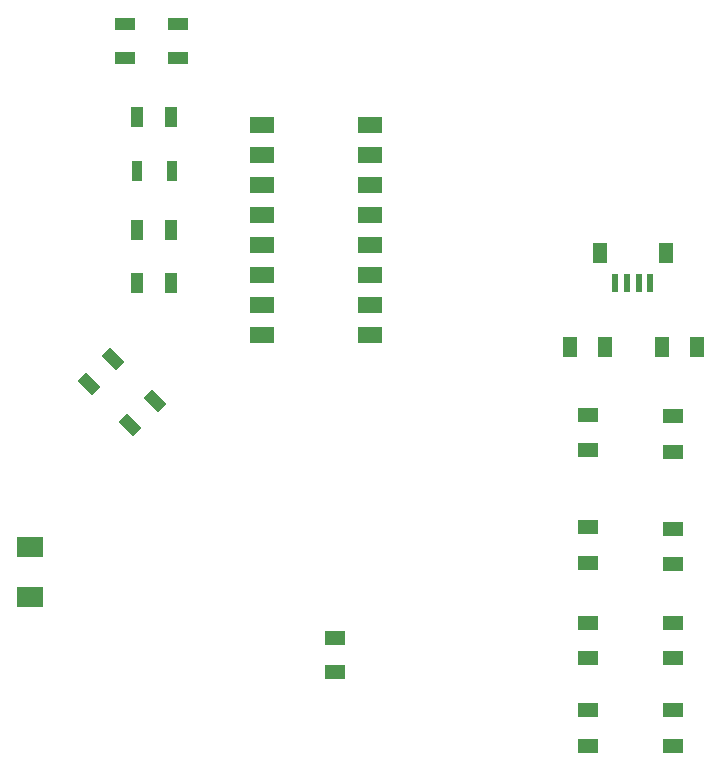
<source format=gbr>
%TF.GenerationSoftware,KiCad,Pcbnew,9.0.0*%
%TF.CreationDate,2025-05-02T07:07:21-06:00*%
%TF.ProjectId,schematic_Mk2.1,73636865-6d61-4746-9963-5f4d6b322e31,rev?*%
%TF.SameCoordinates,Original*%
%TF.FileFunction,Paste,Bot*%
%TF.FilePolarity,Positive*%
%FSLAX46Y46*%
G04 Gerber Fmt 4.6, Leading zero omitted, Abs format (unit mm)*
G04 Created by KiCad (PCBNEW 9.0.0) date 2025-05-02 07:07:21*
%MOMM*%
%LPD*%
G01*
G04 APERTURE LIST*
G04 Aperture macros list*
%AMRotRect*
0 Rectangle, with rotation*
0 The origin of the aperture is its center*
0 $1 length*
0 $2 width*
0 $3 Rotation angle, in degrees counterclockwise*
0 Add horizontal line*
21,1,$1,$2,0,0,$3*%
G04 Aperture macros list end*
%ADD10R,2.090000X1.390000*%
%ADD11R,0.609600X1.549400*%
%ADD12R,1.193800X1.803400*%
%ADD13R,1.170000X1.770000*%
%ADD14R,1.770000X1.170000*%
%ADD15R,1.050000X1.720000*%
%ADD16RotRect,1.050000X1.720000X45.000000*%
%ADD17R,2.209800X1.651000*%
%ADD18R,1.720000X1.050000*%
%ADD19R,0.890000X1.680000*%
%ADD20R,1.820000X1.200000*%
G04 APERTURE END LIST*
D10*
%TO.C,U2*%
X140740000Y-85890000D03*
X140740000Y-83350000D03*
X140740000Y-80810000D03*
X140740000Y-78270000D03*
X140740000Y-75730000D03*
X140740000Y-73190000D03*
X140740000Y-70650000D03*
X140740000Y-68110000D03*
X131660000Y-68110000D03*
X131660000Y-70650000D03*
X131660000Y-73190000D03*
X131660000Y-75730000D03*
X131660000Y-78270000D03*
X131660000Y-80810000D03*
X131660000Y-83350000D03*
X131660000Y-85890000D03*
%TD*%
D11*
%TO.C,J3*%
X164500000Y-81527600D03*
X163499999Y-81527600D03*
X162500001Y-81527600D03*
X161500000Y-81527600D03*
D12*
X165799999Y-79002601D03*
X160200001Y-79002601D03*
%TD*%
D13*
%TO.C,R18*%
X157706000Y-86906000D03*
X160694000Y-86906000D03*
%TD*%
D14*
%TO.C,R11*%
X166400000Y-105294000D03*
X166400000Y-102306000D03*
%TD*%
%TO.C,R13*%
X166400000Y-113294000D03*
X166400000Y-110306000D03*
%TD*%
D15*
%TO.C,R6*%
X121000000Y-81500000D03*
X123920000Y-81500000D03*
%TD*%
D16*
%TO.C,R8*%
X120467624Y-93532376D03*
X122532376Y-91467624D03*
%TD*%
D17*
%TO.C,D1*%
X112000000Y-103879100D03*
X112000000Y-108120900D03*
%TD*%
D18*
%TO.C,R1*%
X124500000Y-59580000D03*
X124500000Y-62500000D03*
%TD*%
D15*
%TO.C,R5*%
X121000000Y-77000000D03*
X123920000Y-77000000D03*
%TD*%
D19*
%TO.C,R4*%
X121045000Y-72000000D03*
X124035000Y-72000000D03*
%TD*%
D15*
%TO.C,R3*%
X121040000Y-67500000D03*
X123960000Y-67500000D03*
%TD*%
D13*
%TO.C,R17*%
X165506000Y-86906000D03*
X168494000Y-86906000D03*
%TD*%
D14*
%TO.C,R10*%
X159200000Y-92706000D03*
X159200000Y-95694000D03*
%TD*%
%TO.C,R9*%
X166400000Y-92800000D03*
X166400000Y-95788000D03*
%TD*%
%TO.C,R12*%
X159200000Y-105200000D03*
X159200000Y-102212000D03*
%TD*%
%TO.C,R14*%
X159200000Y-110306000D03*
X159200000Y-113294000D03*
%TD*%
%TO.C,R16*%
X166400000Y-120694000D03*
X166400000Y-117706000D03*
%TD*%
D18*
%TO.C,R2*%
X120000000Y-59580000D03*
X120000000Y-62500000D03*
%TD*%
D14*
%TO.C,R15*%
X159200000Y-120694000D03*
X159200000Y-117706000D03*
%TD*%
D20*
%TO.C,C3*%
X137800000Y-111540000D03*
X137800000Y-114460000D03*
%TD*%
D16*
%TO.C,R7*%
X116967624Y-90032376D03*
X119032376Y-87967624D03*
%TD*%
M02*

</source>
